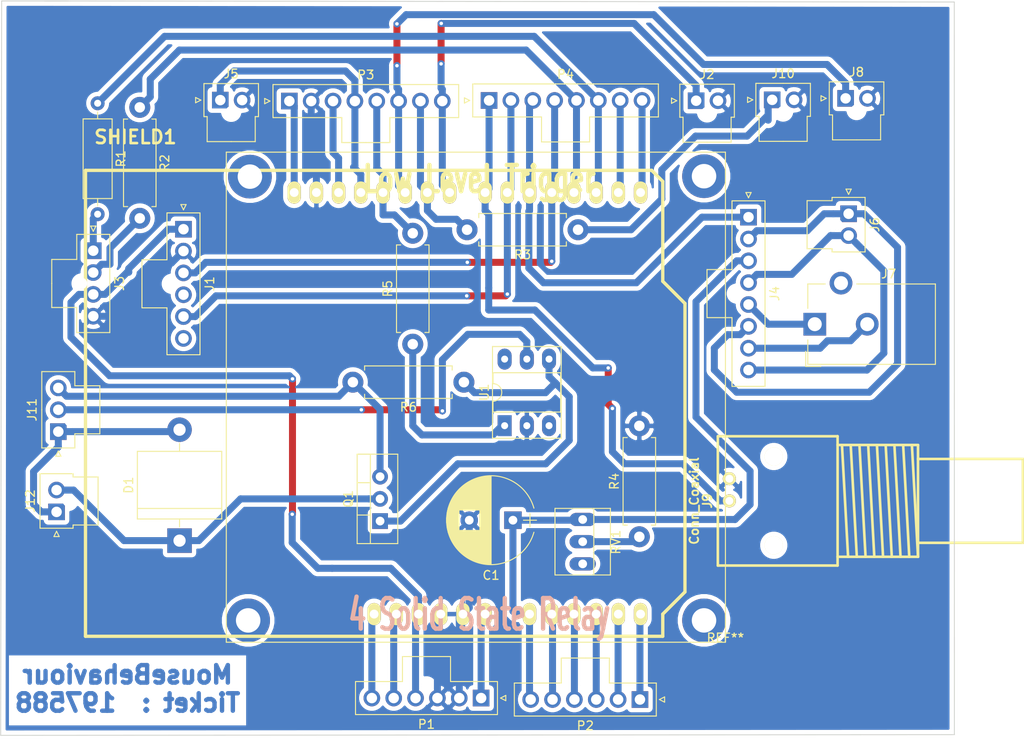
<source format=kicad_pcb>
(kicad_pcb (version 20171130) (host pcbnew "(5.1.2)-2")
  (layers (0 F.Cu signal) (31 B.Cu signal) (34 B.Paste user) (35 F.Paste user) (36 B.SilkS user) (37 F.SilkS user) (38 B.Mask user) (39 F.Mask user) (44 Edge.Cuts user))
  (net 0 "")
  (net 1 DGND)
  (net 2 A0)
  (net 3 EX_12V)
  (net 4 "Net-(D1-Pad1)")
  (net 5 D5)
  (net 6 D4)
  (net 7 5V)
  (net 8 D8)
  (net 9 "Net-(J3-Pad2)")
  (net 10 "Net-(J3-Pad1)")
  (net 11 PAD+)
  (net 12 PAD-)
  (net 13 OUT+)
  (net 14 OUT-)
  (net 15 D12)
  (net 16 D10)
  (net 17 D7)
  (net 18 "Net-(J10-Pad1)")
  (net 19 AGND)
  (net 20 EX_5V)
  (net 21 V_IN)
  (net 22 3V3)
  (net 23 RST)
  (net 24 A1)
  (net 25 A2)
  (net 26 A3)
  (net 27 A4)
  (net 28 A5)
  (net 29 D9)
  (net 30 D11)
  (net 31 D13)
  (net 32 AREF)
  (net 33 D0)
  (net 34 D1)
  (net 35 D2)
  (net 36 D3)
  (net 37 D6)
  (net 38 "Net-(Q1-Pad1)")
  (net 39 "Net-(R4-Pad1)")
  (net 40 "Net-(R5-Pad1)")
  (net 41 "Net-(RV1-Pad3)")
  (net 42 "Net-(U1-Pad6)")
  (net 43 "Net-(U1-Pad3)")
  (module Connectors_Molex:Molex_NanoFit_1x08x2.50mm_Straight (layer F.Cu) (at 154.45 73.7 270)
    (fp_text reference J4 (at 8.75 -3 90) (layer F.SilkS))
    (fp_text value Conn_01x08_Male)
    (pad 1 thru_hole rect (at 0 0 270) (size 1.9 1.9) (drill 1.2) (layers *.Cu *.Mask) (net 5 D5))
    (pad 2 thru_hole circle (at 2.5 0 270) (size 1.9 1.9) (drill 1.2) (layers *.Cu *.Mask) (net 11 PAD+))
    (pad 3 thru_hole circle (at 5 0 270) (size 1.9 1.9) (drill 1.2) (layers *.Cu *.Mask) (net 2 A0))
    (pad 4 thru_hole circle (at 7.5 0 270) (size 1.9 1.9) (drill 1.2) (layers *.Cu *.Mask) (net 12 PAD-))
    (pad 5 thru_hole circle (at 10 0 270) (size 1.9 1.9) (drill 1.2) (layers *.Cu *.Mask) (net 13 OUT+))
    (pad 6 thru_hole circle (at 12.5 0 270) (size 1.9 1.9) (drill 1.2) (layers *.Cu *.Mask) (net 11 PAD+))
    (pad 7 thru_hole circle (at 15 0 270) (size 1.9 1.9) (drill 1.2) (layers *.Cu *.Mask) (net 14 OUT-))
    (pad 8 thru_hole circle (at 17.5 0 270) (size 1.9 1.9) (drill 1.2) (layers *.Cu *.Mask) (net 12 PAD-))
    (pad "" np_thru_hole circle (at 8.75 1.34 270) (size 1.3 1.3) (drill 1.3) (layers *.Cu *.Mask))
  )
  (module Housings_DIP:DIP-6_W7.62mm_Socket_LongPads (layer F.Cu) (at 126.55 97.57 90)
    (fp_text reference U1 (at 3.81 -2.33 90) (layer F.SilkS))
    (fp_text value 4N35)
    (pad 6 thru_hole oval (at 7.62 0 90) (size 2.4 1.6) (drill 0.8) (layers *.Cu *.Mask) (net 42 "Net-(U1-Pad6)"))
    (pad 3 thru_hole oval (at 0 5.08 90) (size 2.4 1.6) (drill 0.8) (layers *.Cu *.Mask) (net 43 "Net-(U1-Pad3)"))
    (pad 5 thru_hole oval (at 7.62 2.54 90) (size 2.4 1.6) (drill 0.8) (layers *.Cu *.Mask) (net 20 EX_5V))
    (pad 2 thru_hole oval (at 0 2.54 90) (size 2.4 1.6) (drill 0.8) (layers *.Cu *.Mask) (net 1 DGND))
    (pad 4 thru_hole oval (at 7.62 5.08 90) (size 2.4 1.6) (drill 0.8) (layers *.Cu *.Mask) (net 38 "Net-(Q1-Pad1)"))
    (pad 1 thru_hole rect (at 0 0 90) (size 2.4 1.6) (drill 0.8) (layers *.Cu *.Mask) (net 40 "Net-(R5-Pad1)"))
  )
  (module Connectors_Molex:Molex_NanoFit_1x06x2.50mm_Straight (layer F.Cu) (at 89.81 75.08 270)
    (fp_text reference J1 (at 6.25 -3 90) (layer F.SilkS))
    (fp_text value Conn_01x06_Male)
    (pad "" np_thru_hole circle (at 6.25 1.34 270) (size 1.3 1.3) (drill 1.3) (layers *.Cu *.Mask))
    (pad 6 thru_hole circle (at 12.5 0 270) (size 1.9 1.9) (drill 1.2) (layers *.Cu *.Mask) (net 37 D6))
    (pad 5 thru_hole circle (at 10 0 270) (size 1.9 1.9) (drill 1.2) (layers *.Cu *.Mask) (net 37 D6))
    (pad 4 thru_hole circle (at 7.5 0 270) (size 1.9 1.9) (drill 1.2) (layers *.Cu *.Mask) (net 6 D4))
    (pad 3 thru_hole circle (at 5 0 270) (size 1.9 1.9) (drill 1.2) (layers *.Cu *.Mask) (net 6 D4))
    (pad 2 thru_hole circle (at 2.5 0 270) (size 1.9 1.9) (drill 1.2) (layers *.Cu *.Mask) (net 1 DGND))
    (pad 1 thru_hole rect (at 0 0 270) (size 1.9 1.9) (drill 1.2) (layers *.Cu *.Mask) (net 7 5V))
  )
  (module arduino_shields:ARDUINO_SHIELD_040pins (layer F.Cu) (at 78.6 121.68)
    (fp_text reference SHIELD1 (at 5.715 -57.15) (layer F.SilkS) (effects (font (size 1.524 1.524) (thickness 0.3048))))
    (fp_text value ARDUINO_SHIELD hide)
    (pad AD5 thru_hole oval (at 63.5 -2.54 90) (size 2.54 1.524) (drill 1.016) (layers *.Cu *.Mask F.SilkS) (net 28 A5))
    (pad AD4 thru_hole oval (at 60.96 -2.54 90) (size 2.54 1.524) (drill 1.016) (layers *.Cu *.Mask F.SilkS) (net 27 A4))
    (pad AD3 thru_hole oval (at 58.42 -2.54 90) (size 2.54 1.524) (drill 1.016) (layers *.Cu *.Mask F.SilkS) (net 26 A3))
    (pad AD0 thru_hole oval (at 50.8 -2.54 90) (size 2.54 1.524) (drill 1.016) (layers *.Cu *.Mask F.SilkS) (net 2 A0))
    (pad AD1 thru_hole oval (at 53.34 -2.54 90) (size 2.54 1.524) (drill 1.016) (layers *.Cu *.Mask F.SilkS) (net 24 A1))
    (pad AD2 thru_hole oval (at 55.88 -2.54 90) (size 2.54 1.524) (drill 1.016) (layers *.Cu *.Mask F.SilkS) (net 25 A2))
    (pad V_IN thru_hole oval (at 45.72 -2.54 90) (size 2.54 1.524) (drill 1.016) (layers *.Cu *.Mask F.SilkS) (net 21 V_IN))
    (pad GND2 thru_hole oval (at 43.18 -2.54 90) (size 2.54 1.524) (drill 1.016) (layers *.Cu *.Mask F.SilkS) (net 1 DGND))
    (pad GND1 thru_hole oval (at 40.64 -2.54 90) (size 2.54 1.524) (drill 1.016) (layers *.Cu *.Mask F.SilkS) (net 1 DGND))
    (pad 3V3 thru_hole oval (at 35.56 -2.54 90) (size 2.54 1.524) (drill 1.016) (layers *.Cu *.Mask F.SilkS) (net 22 3V3))
    (pad RST thru_hole oval (at 33.02 -2.54 90) (size 2.54 1.524) (drill 1.016) (layers *.Cu *.Mask F.SilkS) (net 23 RST))
    (pad 0 thru_hole oval (at 63.5 -50.8 90) (size 2.54 1.524) (drill 1.016) (layers *.Cu *.Mask F.SilkS) (net 33 D0))
    (pad 1 thru_hole oval (at 60.96 -50.8 90) (size 2.54 1.524) (drill 1.016) (layers *.Cu *.Mask F.SilkS) (net 34 D1))
    (pad 2 thru_hole oval (at 58.42 -50.8 90) (size 2.54 1.524) (drill 1.016) (layers *.Cu *.Mask F.SilkS) (net 35 D2))
    (pad 3 thru_hole oval (at 55.88 -50.8 90) (size 2.54 1.524) (drill 1.016) (layers *.Cu *.Mask F.SilkS) (net 36 D3))
    (pad 4 thru_hole oval (at 53.34 -50.8 90) (size 2.54 1.524) (drill 1.016) (layers *.Cu *.Mask F.SilkS) (net 6 D4))
    (pad 5 thru_hole oval (at 50.8 -50.8 90) (size 2.54 1.524) (drill 1.016) (layers *.Cu *.Mask F.SilkS) (net 5 D5))
    (pad 6 thru_hole oval (at 48.26 -50.8 90) (size 2.54 1.524) (drill 1.016) (layers *.Cu *.Mask F.SilkS) (net 37 D6))
    (pad 7 thru_hole oval (at 45.72 -50.8 90) (size 2.54 1.524) (drill 1.016) (layers *.Cu *.Mask F.SilkS) (net 17 D7))
    (pad 8 thru_hole oval (at 41.656 -50.8 90) (size 2.54 1.524) (drill 1.016) (layers *.Cu *.Mask F.SilkS) (net 8 D8))
    (pad 9 thru_hole oval (at 39.116 -50.8 90) (size 2.54 1.524) (drill 1.016) (layers *.Cu *.Mask F.SilkS) (net 29 D9))
    (pad 10 thru_hole oval (at 36.576 -50.8 90) (size 2.54 1.524) (drill 1.016) (layers *.Cu *.Mask F.SilkS) (net 16 D10))
    (pad 11 thru_hole oval (at 34.036 -50.8 90) (size 2.54 1.524) (drill 1.016) (layers *.Cu *.Mask F.SilkS) (net 30 D11))
    (pad 12 thru_hole oval (at 31.496 -50.8 90) (size 2.54 1.524) (drill 1.016) (layers *.Cu *.Mask F.SilkS) (net 15 D12))
    (pad 13 thru_hole oval (at 28.956 -50.8 90) (size 2.54 1.524) (drill 1.016) (layers *.Cu *.Mask F.SilkS) (net 31 D13))
    (pad GND3 thru_hole oval (at 26.416 -50.8 90) (size 2.54 1.524) (drill 1.016) (layers *.Cu *.Mask F.SilkS) (net 1 DGND))
    (pad AREF thru_hole oval (at 23.876 -50.8 90) (size 2.54 1.524) (drill 1.016) (layers *.Cu *.Mask F.SilkS) (net 32 AREF))
    (pad 5V thru_hole oval (at 38.1 -2.54 90) (size 2.54 1.524) (drill 1.016) (layers *.Cu *.Mask F.SilkS) (net 7 5V))
  )
  (module 4ChannelSSR (layer F.Cu) (at 123.66 95.96 180)
    (fp_text reference REF** (at -28.15 -25.9) (layer F.SilkS))
    (fp_text value 4ChannelSSR)
    (fp_text user "4 Solid State Relay" (at 0 -23.25 180) (layer B.SilkS) (effects (font (size 3.5 2) (thickness 0.5))))
    (fp_text user "Low Level Trigger" (at 0 26.6) (layer F.SilkS) (effects (font (size 3 2) (thickness 0.5))))
    (pad 1 thru_hole circle (at -25.7 -23.9 180) (size 5 5) (drill 2.8) (layers *.Cu *.Mask))
    (pad 1 thru_hole circle (at -25.7 26.95 180) (size 5 5) (drill 2.8) (layers *.Cu *.Mask))
    (pad 1 thru_hole circle (at 26.25 26.9 180) (size 5 5) (drill 2.8) (layers *.Cu *.Mask))
    (pad 1 thru_hole circle (at 26.45 -23.9 180) (size 5 5) (drill 2.8) (layers *.Cu *.Mask))
  )
  (module Capacitors_ThroughHole:CP_Radial_D10.0mm_P5.00mm (layer F.Cu) (at 127.5 108.39 180)
    (fp_text reference C1 (at 2.5 -6.31) (layer F.SilkS))
    (fp_text value 47nF)
    (pad 2 thru_hole circle (at 5 0 180) (size 2 2) (drill 1) (layers *.Cu *.Mask) (net 1 DGND))
    (pad 1 thru_hole rect (at 0 0 180) (size 2 2) (drill 1) (layers *.Cu *.Mask) (net 2 A0))
  )
  (module Diodes_ThroughHole:D_5KP_P12.70mm_Horizontal (layer F.Cu) (at 89.36 110.73 90)
    (fp_text reference D1 (at 6.35 -5.825 90) (layer F.SilkS))
    (fp_text value DIODE)
    (pad 2 thru_hole oval (at 12.7 0 90) (size 2.8 2.8) (drill 1.4) (layers *.Cu *.Mask) (net 3 EX_12V))
    (pad 1 thru_hole rect (at 0 0 90) (size 2.8 2.8) (drill 1.4) (layers *.Cu *.Mask) (net 4 "Net-(D1-Pad1)"))
  )
  (module Connectors_Molex:Molex_NanoFit_1x02x2.50mm_Straight (layer F.Cu) (at 148.46 60.37)
    (fp_text reference J2 (at 1.25 -3) (layer F.SilkS))
    (fp_text value Conn_01x02_Male)
    (pad 1 thru_hole rect (at 0 0) (size 1.9 1.9) (drill 1.2) (layers *.Cu *.Mask) (net 8 D8))
    (pad 2 thru_hole circle (at 2.5 0) (size 1.9 1.9) (drill 1.2) (layers *.Cu *.Mask) (net 1 DGND))
    (pad "" np_thru_hole circle (at 1.25 1.34) (size 1.3 1.3) (drill 1.3) (layers *.Cu *.Mask))
  )
  (module Connectors_Molex:Molex_NanoFit_1x04x2.50mm_Straight (layer F.Cu) (at 79.49 77.54 270)
    (fp_text reference J3 (at 3.75 -3 90) (layer F.SilkS))
    (fp_text value Conn_01x04_Male)
    (pad "" np_thru_hole circle (at 3.75 1.34 270) (size 1.3 1.3) (drill 1.3) (layers *.Cu *.Mask))
    (pad 4 thru_hole circle (at 7.5 0 270) (size 1.9 1.9) (drill 1.2) (layers *.Cu *.Mask) (net 1 DGND))
    (pad 3 thru_hole circle (at 5 0 270) (size 1.9 1.9) (drill 1.2) (layers *.Cu *.Mask) (net 7 5V))
    (pad 2 thru_hole circle (at 2.5 0 270) (size 1.9 1.9) (drill 1.2) (layers *.Cu *.Mask) (net 9 "Net-(J3-Pad2)"))
    (pad 1 thru_hole rect (at 0 0 270) (size 1.9 1.9) (drill 1.2) (layers *.Cu *.Mask) (net 10 "Net-(J3-Pad1)"))
  )
  (module Connectors_Molex:Molex_NanoFit_1x02x2.50mm_Straight (layer F.Cu) (at 94.02 60.3)
    (fp_text reference J5 (at 1.25 -3) (layer F.SilkS))
    (fp_text value Conn_01x02_Male)
    (pad "" np_thru_hole circle (at 1.25 1.34) (size 1.3 1.3) (drill 1.3) (layers *.Cu *.Mask))
    (pad 2 thru_hole circle (at 2.5 0) (size 1.9 1.9) (drill 1.2) (layers *.Cu *.Mask) (net 1 DGND))
    (pad 1 thru_hole rect (at 0 0) (size 1.9 1.9) (drill 1.2) (layers *.Cu *.Mask) (net 15 D12))
  )
  (module Connectors_Molex:Molex_NanoFit_1x02x2.50mm_Straight (layer F.Cu) (at 165.9 73.31 270)
    (fp_text reference J6 (at 1.25 -3 90) (layer F.SilkS))
    (fp_text value Conn_01x02_Male)
    (pad "" np_thru_hole circle (at 1.25 1.34 270) (size 1.3 1.3) (drill 1.3) (layers *.Cu *.Mask))
    (pad 2 thru_hole circle (at 2.5 0 270) (size 1.9 1.9) (drill 1.2) (layers *.Cu *.Mask) (net 12 PAD-))
    (pad 1 thru_hole rect (at 0 0 270) (size 1.9 1.9) (drill 1.2) (layers *.Cu *.Mask) (net 11 PAD+))
  )
  (module Connect:Barrel_Jack_CUI_PJ-102AH (layer F.Cu) (at 162.03 85.95 90)
    (fp_text reference J7 (at 5.75 8.45) (layer F.SilkS))
    (fp_text value Jack-DC)
    (pad 3 thru_hole circle (at 4.7 3 90) (size 2.6 2.6) (drill 1.6) (layers *.Cu *.Mask))
    (pad 2 thru_hole circle (at 0 6 90) (size 2.6 2.6) (drill 1.6) (layers *.Cu *.Mask) (net 14 OUT-))
    (pad 1 thru_hole rect (at 0 0 90) (size 2.6 2.6) (drill 1.6) (layers *.Cu *.Mask) (net 13 OUT+))
  )
  (module Connectors_Molex:Molex_NanoFit_1x02x2.50mm_Straight (layer F.Cu) (at 165.56 60.1)
    (fp_text reference J8 (at 1.25 -3) (layer F.SilkS))
    (fp_text value Conn_01x02_Male)
    (pad 1 thru_hole rect (at 0 0) (size 1.9 1.9) (drill 1.2) (layers *.Cu *.Mask) (net 16 D10))
    (pad 2 thru_hole circle (at 2.5 0) (size 1.9 1.9) (drill 1.2) (layers *.Cu *.Mask) (net 1 DGND))
    (pad "" np_thru_hole circle (at 1.25 1.34) (size 1.3 1.3) (drill 1.3) (layers *.Cu *.Mask))
  )
  (module w_conn_rf:bnc_90_1-1337543-0 (layer F.Cu) (at 164.64 106.18 90)
    (fp_text reference J9 (at 0 -14.9 90) (layer F.SilkS) (effects (font (thickness 0.2))))
    (fp_text value Conn_Coaxial (at 0 -16.4 90) (layer F.SilkS) (effects (font (thickness 0.2))))
    (pad 1 thru_hole circle (at 0 -12.38 90) (size 1.5 1.5) (drill 0.9) (layers *.Cu *.Mask F.SilkS) (net 17 D7))
    (pad 2 thru_hole circle (at 2.54 -12.38 90) (size 1.5 1.5) (drill 0.9) (layers *.Cu *.Mask F.SilkS) (net 1 DGND))
    (pad "" np_thru_hole circle (at 5.08 -7.3 90) (size 2.1 2.1) (drill 2.1) (layers *.Cu *.Mask F.SilkS))
    (pad "" np_thru_hole circle (at -5.08 -7.3 90) (size 2.1 2.1) (drill 2.1) (layers *.Cu *.Mask F.SilkS))
  )
  (module Connectors_Molex:Molex_NanoFit_1x02x2.50mm_Straight (layer F.Cu) (at 157.16 60.27)
    (fp_text reference J10 (at 1.25 -3) (layer F.SilkS))
    (fp_text value Conn_01x02_Male)
    (pad 1 thru_hole rect (at 0 0) (size 1.9 1.9) (drill 1.2) (layers *.Cu *.Mask) (net 18 "Net-(J10-Pad1)"))
    (pad 2 thru_hole circle (at 2.5 0) (size 1.9 1.9) (drill 1.2) (layers *.Cu *.Mask) (net 1 DGND))
    (pad "" np_thru_hole circle (at 1.25 1.34) (size 1.3 1.3) (drill 1.3) (layers *.Cu *.Mask))
  )
  (module Connectors_Molex:Molex_NanoFit_1x03x2.50mm_Straight (layer F.Cu) (at 75.49 98.25 90)
    (fp_text reference J11 (at 2.5 -3 90) (layer F.SilkS))
    (fp_text value Conn_01x03_Male)
    (pad "" np_thru_hole circle (at 1.25 1.34 90) (size 1.3 1.3) (drill 1.3) (layers *.Cu *.Mask))
    (pad 3 thru_hole circle (at 5 0 90) (size 1.9 1.9) (drill 1.2) (layers *.Cu *.Mask) (net 19 AGND))
    (pad 2 thru_hole circle (at 2.5 0 90) (size 1.9 1.9) (drill 1.2) (layers *.Cu *.Mask) (net 20 EX_5V))
    (pad 1 thru_hole rect (at 0 0 90) (size 1.9 1.9) (drill 1.2) (layers *.Cu *.Mask) (net 3 EX_12V))
  )
  (module Connectors_Molex:Molex_NanoFit_1x02x2.50mm_Straight (layer F.Cu) (at 75.29 107.44 90)
    (fp_text reference J12 (at 1.25 -3 90) (layer F.SilkS))
    (fp_text value Conn_01x02_Male)
    (pad "" np_thru_hole circle (at 1.25 1.34 90) (size 1.3 1.3) (drill 1.3) (layers *.Cu *.Mask))
    (pad 2 thru_hole circle (at 2.5 0 90) (size 1.9 1.9) (drill 1.2) (layers *.Cu *.Mask) (net 4 "Net-(D1-Pad1)"))
    (pad 1 thru_hole rect (at 0 0 90) (size 1.9 1.9) (drill 1.2) (layers *.Cu *.Mask) (net 3 EX_12V))
  )
  (module Connectors_Molex:Molex_NanoFit_1x06x2.50mm_Straight (layer F.Cu) (at 123.86 128.75 180)
    (fp_text reference P1 (at 6.25 -3) (layer F.SilkS))
    (fp_text value CONN_6)
    (pad 1 thru_hole rect (at 0 0 180) (size 1.9 1.9) (drill 1.2) (layers *.Cu *.Mask) (net 21 V_IN))
    (pad 2 thru_hole circle (at 2.5 0 180) (size 1.9 1.9) (drill 1.2) (layers *.Cu *.Mask) (net 1 DGND))
    (pad 3 thru_hole circle (at 5 0 180) (size 1.9 1.9) (drill 1.2) (layers *.Cu *.Mask) (net 1 DGND))
    (pad 4 thru_hole circle (at 7.5 0 180) (size 1.9 1.9) (drill 1.2) (layers *.Cu *.Mask) (net 7 5V))
    (pad 5 thru_hole circle (at 10 0 180) (size 1.9 1.9) (drill 1.2) (layers *.Cu *.Mask) (net 22 3V3))
    (pad 6 thru_hole circle (at 12.5 0 180) (size 1.9 1.9) (drill 1.2) (layers *.Cu *.Mask) (net 23 RST))
    (pad "" np_thru_hole circle (at 6.25 1.34 180) (size 1.3 1.3) (drill 1.3) (layers *.Cu *.Mask))
  )
  (module Connectors_Molex:Molex_NanoFit_1x06x2.50mm_Straight (layer F.Cu) (at 142.03 128.92 180)
    (fp_text reference P2 (at 6.25 -3) (layer F.SilkS))
    (fp_text value CONN_6)
    (pad "" np_thru_hole circle (at 6.25 1.34 180) (size 1.3 1.3) (drill 1.3) (layers *.Cu *.Mask))
    (pad 6 thru_hole circle (at 12.5 0 180) (size 1.9 1.9) (drill 1.2) (layers *.Cu *.Mask) (net 2 A0))
    (pad 5 thru_hole circle (at 10 0 180) (size 1.9 1.9) (drill 1.2) (layers *.Cu *.Mask) (net 24 A1))
    (pad 4 thru_hole circle (at 7.5 0 180) (size 1.9 1.9) (drill 1.2) (layers *.Cu *.Mask) (net 25 A2))
    (pad 3 thru_hole circle (at 5 0 180) (size 1.9 1.9) (drill 1.2) (layers *.Cu *.Mask) (net 26 A3))
    (pad 2 thru_hole circle (at 2.5 0 180) (size 1.9 1.9) (drill 1.2) (layers *.Cu *.Mask) (net 27 A4))
    (pad 1 thru_hole rect (at 0 0 180) (size 1.9 1.9) (drill 1.2) (layers *.Cu *.Mask) (net 28 A5))
  )
  (module Connectors_Molex:Molex_NanoFit_1x08x2.50mm_Straight (layer F.Cu) (at 101.92 60.41)
    (fp_text reference P3 (at 8.75 -3) (layer F.SilkS))
    (fp_text value CONN_8)
    (pad "" np_thru_hole circle (at 8.75 1.34) (size 1.3 1.3) (drill 1.3) (layers *.Cu *.Mask))
    (pad 8 thru_hole circle (at 17.5 0) (size 1.9 1.9) (drill 1.2) (layers *.Cu *.Mask) (net 8 D8))
    (pad 7 thru_hole circle (at 15 0) (size 1.9 1.9) (drill 1.2) (layers *.Cu *.Mask) (net 29 D9))
    (pad 6 thru_hole circle (at 12.5 0) (size 1.9 1.9) (drill 1.2) (layers *.Cu *.Mask) (net 16 D10))
    (pad 5 thru_hole circle (at 10 0) (size 1.9 1.9) (drill 1.2) (layers *.Cu *.Mask) (net 30 D11))
    (pad 4 thru_hole circle (at 7.5 0) (size 1.9 1.9) (drill 1.2) (layers *.Cu *.Mask) (net 15 D12))
    (pad 3 thru_hole circle (at 5 0) (size 1.9 1.9) (drill 1.2) (layers *.Cu *.Mask) (net 31 D13))
    (pad 2 thru_hole circle (at 2.5 0) (size 1.9 1.9) (drill 1.2) (layers *.Cu *.Mask) (net 1 DGND))
    (pad 1 thru_hole rect (at 0 0) (size 1.9 1.9) (drill 1.2) (layers *.Cu *.Mask) (net 32 AREF))
  )
  (module Connectors_Molex:Molex_NanoFit_1x08x2.50mm_Straight (layer F.Cu) (at 124.77 60.34)
    (fp_text reference P4 (at 8.75 -3) (layer F.SilkS))
    (fp_text value CONN_8)
    (pad "" np_thru_hole circle (at 8.75 1.34) (size 1.3 1.3) (drill 1.3) (layers *.Cu *.Mask))
    (pad 8 thru_hole circle (at 17.5 0) (size 1.9 1.9) (drill 1.2) (layers *.Cu *.Mask) (net 33 D0))
    (pad 7 thru_hole circle (at 15 0) (size 1.9 1.9) (drill 1.2) (layers *.Cu *.Mask) (net 34 D1))
    (pad 6 thru_hole circle (at 12.5 0) (size 1.9 1.9) (drill 1.2) (layers *.Cu *.Mask) (net 35 D2))
    (pad 5 thru_hole circle (at 10 0) (size 1.9 1.9) (drill 1.2) (layers *.Cu *.Mask) (net 36 D3))
    (pad 4 thru_hole circle (at 7.5 0) (size 1.9 1.9) (drill 1.2) (layers *.Cu *.Mask) (net 6 D4))
    (pad 3 thru_hole circle (at 5 0) (size 1.9 1.9) (drill 1.2) (layers *.Cu *.Mask) (net 5 D5))
    (pad 2 thru_hole circle (at 2.5 0) (size 1.9 1.9) (drill 1.2) (layers *.Cu *.Mask) (net 37 D6))
    (pad 1 thru_hole rect (at 0 0) (size 1.9 1.9) (drill 1.2) (layers *.Cu *.Mask) (net 17 D7))
  )
  (module TO_SOT_Packages_THT:TO-220-3_Vertical (layer F.Cu) (at 112.3 108.49 90)
    (fp_text reference Q1 (at 2.54 -3.62 90) (layer F.SilkS))
    (fp_text value IRF540N)
    (pad 3 thru_hole oval (at 5.08 0 90) (size 1.8 1.8) (drill 1) (layers *.Cu *.Mask) (net 19 AGND))
    (pad 2 thru_hole oval (at 2.54 0 90) (size 1.8 1.8) (drill 1) (layers *.Cu *.Mask) (net 4 "Net-(D1-Pad1)"))
    (pad 1 thru_hole rect (at 0 0 90) (size 1.8 1.8) (drill 1) (layers *.Cu *.Mask) (net 38 "Net-(Q1-Pad1)"))
  )
  (module Resistors_ThroughHole:R_Axial_DIN0309_L9.0mm_D3.2mm_P12.70mm_Horizontal (layer F.Cu) (at 79.99 60.66 270)
    (fp_text reference R1 (at 6.35 -2.66 90) (layer F.SilkS))
    (fp_text value 560E)
    (pad 2 thru_hole oval (at 12.7 0 270) (size 1.6 1.6) (drill 0.8) (layers *.Cu *.Mask) (net 10 "Net-(J3-Pad1)"))
    (pad 1 thru_hole circle (at 0 0 270) (size 1.6 1.6) (drill 0.8) (layers *.Cu *.Mask) (net 35 D2))
  )
  (module Resistors_ThroughHole:R_Axial_DIN0411_L9.9mm_D3.6mm_P12.70mm_Horizontal (layer F.Cu) (at 84.81 61.13 270)
    (fp_text reference R2 (at 6.35 -2.86 90) (layer F.SilkS))
    (fp_text value 560E)
    (pad 2 thru_hole oval (at 12.7 0 270) (size 2.4 2.4) (drill 1.2) (layers *.Cu *.Mask) (net 9 "Net-(J3-Pad2)"))
    (pad 1 thru_hole circle (at 0 0 270) (size 2.4 2.4) (drill 1.2) (layers *.Cu *.Mask) (net 36 D3))
  )
  (module Resistors_ThroughHole:R_Axial_DIN0411_L9.9mm_D3.6mm_P12.70mm_Horizontal (layer F.Cu) (at 134.95 75.14 180)
    (fp_text reference R3 (at 6.35 -2.86) (layer F.SilkS))
    (fp_text value 470E)
    (pad 2 thru_hole oval (at 12.7 0 180) (size 2.4 2.4) (drill 1.2) (layers *.Cu *.Mask) (net 29 D9))
    (pad 1 thru_hole circle (at 0 0 180) (size 2.4 2.4) (drill 1.2) (layers *.Cu *.Mask) (net 18 "Net-(J10-Pad1)"))
  )
  (module Resistors_ThroughHole:R_Axial_DIN0411_L9.9mm_D3.6mm_P12.70mm_Horizontal (layer F.Cu) (at 141.96 110.29 90)
    (fp_text reference R4 (at 6.35 -2.86 90) (layer F.SilkS))
    (fp_text value 1K)
    (pad 1 thru_hole circle (at 0 0 90) (size 2.4 2.4) (drill 1.2) (layers *.Cu *.Mask) (net 39 "Net-(R4-Pad1)"))
    (pad 2 thru_hole oval (at 12.7 0 90) (size 2.4 2.4) (drill 1.2) (layers *.Cu *.Mask) (net 1 DGND))
  )
  (module Resistors_ThroughHole:R_Axial_DIN0411_L9.9mm_D3.6mm_P12.70mm_Horizontal (layer F.Cu) (at 116.04 88.24 90)
    (fp_text reference R5 (at 6.35 -2.86 90) (layer F.SilkS))
    (fp_text value 470E)
    (pad 1 thru_hole circle (at 0 0 90) (size 2.4 2.4) (drill 1.2) (layers *.Cu *.Mask) (net 40 "Net-(R5-Pad1)"))
    (pad 2 thru_hole oval (at 12.7 0 90) (size 2.4 2.4) (drill 1.2) (layers *.Cu *.Mask) (net 30 D11))
  )
  (module Resistors_ThroughHole:R_Axial_DIN0411_L9.9mm_D3.6mm_P12.70mm_Horizontal (layer F.Cu) (at 121.89 92.59 180)
    (fp_text reference R6 (at 6.35 -2.86) (layer F.SilkS))
    (fp_text value 10K)
    (pad 2 thru_hole oval (at 12.7 0 180) (size 2.4 2.4) (drill 1.2) (layers *.Cu *.Mask) (net 19 AGND))
    (pad 1 thru_hole circle (at 0 0 180) (size 2.4 2.4) (drill 1.2) (layers *.Cu *.Mask) (net 38 "Net-(Q1-Pad1)"))
  )
  (module Connect:PINHEAD1-3 (layer F.Cu) (at 135.48 108.31 270)
    (fp_text reference RV1 (at 2.59 -3.8 90) (layer F.SilkS))
    (fp_text value "1 MegOhm")
    (pad 3 thru_hole oval (at 5.08 0 270) (size 1.51 3.01) (drill 1) (layers *.Cu *.Mask) (net 41 "Net-(RV1-Pad3)"))
    (pad 2 thru_hole oval (at 2.54 0 270) (size 1.51 3.01) (drill 1) (layers *.Cu *.Mask) (net 39 "Net-(R4-Pad1)"))
    (pad 1 thru_hole oval (at 0 0 270) (size 1.51 3.01) (drill 1) (layers *.Cu *.Mask) (net 2 A0))
  )
  (gr_text "MouseBehaviour\nTicket :  197588" (at 83.41 127.69) (layer B.Cu) (effects (font (size 2 2) (thickness 0.5)) (justify mirror)))
  (gr_line (start 76.61 48.95) (end 73.94 48.95) (layer Edge.Cuts) (width 0.1))
  (gr_line (start 69.01 48.95) (end 76.61 48.95) (layer Edge.Cuts) (width 0.1))
  (gr_line (start 68.9 133.02) (end 69.01 48.95) (layer Edge.Cuts) (width 0.1))
  (gr_line (start 178 132.94) (end 68.9 133.02) (layer Edge.Cuts) (width 0.1))
  (gr_line (start 177.99 49.07) (end 178 132.94) (layer Edge.Cuts) (width 0.1))
  (gr_line (start 73.94 48.95) (end 177.99 49.07) (layer Edge.Cuts) (width 0.1))
  (segment (start 104.42 60.41) (end 104.42 68.3) (width 0.8) (layer B.Cu) (net 1))
  (segment (start 105.016 68.81) (end 105.016 70.88) (width 0.8) (layer B.Cu) (net 1))
  (segment (start 104.506 68.3) (end 105.016 68.81) (width 0.8) (layer B.Cu) (net 1))
  (segment (start 104.42 68.3) (end 104.506 68.3) (width 0.8) (layer B.Cu) (net 1))
  (segment (start 118.86 119.52) (end 119.24 119.14) (width 0.8) (layer B.Cu) (net 1))
  (segment (start 118.86 128.75) (end 118.86 119.52) (width 0.8) (layer B.Cu) (net 1))
  (segment (start 121.36 119.56) (end 121.78 119.14) (width 0.8) (layer B.Cu) (net 1))
  (segment (start 121.36 128.75) (end 121.36 119.56) (width 0.8) (layer B.Cu) (net 1))
  (segment (start 122.5 118.42) (end 121.78 119.14) (width 0.8) (layer B.Cu) (net 1))
  (segment (start 122.5 108.39) (end 122.5 118.42) (width 0.8) (layer B.Cu) (net 1))
  (segment (start 79.49 85.04) (end 81.6 85.04) (width 0.8) (layer B.Cu) (net 1))
  (segment (start 81.6 85.04) (end 87.69 78.95) (width 0.8) (layer B.Cu) (net 1))
  (segment (start 88.44 78.95) (end 89.81 77.58) (width 0.8) (layer B.Cu) (net 1))
  (segment (start 87.69 78.95) (end 88.44 78.95) (width 0.8) (layer B.Cu) (net 1))
  (segment (start 129.4 128.79) (end 129.53 128.92) (width 0.8) (layer B.Cu) (net 2))
  (segment (start 129.4 119.14) (end 129.4 128.79) (width 0.8) (layer B.Cu) (net 2))
  (segment (start 153.106498 78.7) (end 148.44 83.366498) (width 0.8) (layer B.Cu) (net 2))
  (segment (start 154.45 78.7) (end 153.106498 78.7) (width 0.8) (layer B.Cu) (net 2))
  (segment (start 148.44 83.366498) (end 148.44 96.58) (width 0.8) (layer B.Cu) (net 2))
  (segment (start 148.44 96.58) (end 154.63 102.77) (width 0.8) (layer B.Cu) (net 2))
  (segment (start 154.63 102.77) (end 154.63 106.59) (width 0.8) (layer B.Cu) (net 2))
  (segment (start 152.91 108.31) (end 135.48 108.31) (width 0.8) (layer B.Cu) (net 2))
  (segment (start 154.63 106.59) (end 152.91 108.31) (width 0.8) (layer B.Cu) (net 2))
  (segment (start 135.4 108.39) (end 135.48 108.31) (width 0.8) (layer B.Cu) (net 2))
  (segment (start 127.5 108.39) (end 135.4 108.39) (width 0.8) (layer B.Cu) (net 2))
  (segment (start 127.838 119.14) (end 129.4 119.14) (width 0.8) (layer B.Cu) (net 2))
  (segment (start 127.5 118.802) (end 127.838 119.14) (width 0.8) (layer B.Cu) (net 2))
  (segment (start 127.5 108.39) (end 127.5 118.802) (width 0.8) (layer B.Cu) (net 2))
  (segment (start 89.14 98.25) (end 89.36 98.03) (width 0.8) (layer B.Cu) (net 3))
  (segment (start 75.49 98.25) (end 89.14 98.25) (width 0.8) (layer B.Cu) (net 3))
  (segment (start 73.54 107.44) (end 72.66 106.56) (width 0.8) (layer B.Cu) (net 3))
  (segment (start 75.29 107.44) (end 73.54 107.44) (width 0.8) (layer B.Cu) (net 3))
  (segment (start 75.49 100) (end 75.49 98.25) (width 0.8) (layer B.Cu) (net 3))
  (segment (start 72.66 102.83) (end 75.49 100) (width 0.8) (layer B.Cu) (net 3))
  (segment (start 72.66 106.56) (end 72.66 102.83) (width 0.8) (layer B.Cu) (net 3))
  (segment (start 77.230002 104.94) (end 75.29 104.94) (width 0.8) (layer B.Cu) (net 4))
  (segment (start 89.36 110.73) (end 83.020002 110.73) (width 0.8) (layer B.Cu) (net 4))
  (segment (start 83.020002 110.73) (end 77.230002 104.94) (width 0.8) (layer B.Cu) (net 4))
  (segment (start 111.027208 105.95) (end 112.3 105.95) (width 0.8) (layer B.Cu) (net 4))
  (segment (start 96.34 105.95) (end 111.027208 105.95) (width 0.8) (layer B.Cu) (net 4))
  (segment (start 91.56 110.73) (end 96.34 105.95) (width 0.8) (layer B.Cu) (net 4))
  (segment (start 89.36 110.73) (end 91.56 110.73) (width 0.8) (layer B.Cu) (net 4))
  (segment (start 129.4 60.71) (end 129.77 60.34) (width 0.8) (layer B.Cu) (net 5))
  (segment (start 129.4 70.88) (end 129.4 60.71) (width 0.8) (layer B.Cu) (net 5))
  (segment (start 129.4 72.95) (end 129.32 73.03) (width 0.8) (layer B.Cu) (net 5))
  (segment (start 129.4 70.88) (end 129.4 72.95) (width 0.8) (layer B.Cu) (net 5))
  (segment (start 129.32 73.03) (end 129.32 79.53) (width 0.8) (layer B.Cu) (net 5))
  (segment (start 129.32 79.53) (end 131 81.21) (width 0.8) (layer B.Cu) (net 5))
  (segment (start 131 81.21) (end 141.62 81.21) (width 0.8) (layer B.Cu) (net 5))
  (segment (start 149.13 73.7) (end 154.45 73.7) (width 0.8) (layer B.Cu) (net 5))
  (segment (start 141.62 81.21) (end 149.13 73.7) (width 0.8) (layer B.Cu) (net 5))
  (segment (start 132.27 70.55) (end 131.94 70.88) (width 0.8) (layer B.Cu) (net 6))
  (segment (start 132.27 60.34) (end 132.27 70.55) (width 0.8) (layer B.Cu) (net 6))
  (segment (start 91.153502 80.08) (end 92.363502 78.87) (width 0.8) (layer B.Cu) (net 6))
  (segment (start 89.81 80.08) (end 91.153502 80.08) (width 0.8) (layer B.Cu) (net 6))
  (segment (start 92.363502 78.87) (end 122.28 78.87) (width 0.8) (layer B.Cu) (net 6))
  (segment (start 131.94 70.88) (end 131.94 78.75) (width 0.8) (layer B.Cu) (net 6))
  (segment (start 122.28 78.87) (end 122.3 78.87) (width 0.8) (layer B.Cu) (net 6))
  (via (at 122.28 78.87) (size 0.8) (drill 0.4) (layers F.Cu B.Cu) (net 6))
  (segment (start 131.94 78.75) (end 131.94 78.75) (width 0.8) (layer B.Cu) (net 6))
  (via (at 131.94 78.75) (size 0.8) (drill 0.4) (layers F.Cu B.Cu) (net 6))
  (segment (start 131.82 78.87) (end 131.94 78.75) (width 0.8) (layer F.Cu) (net 6))
  (segment (start 122.28 78.87) (end 131.82 78.87) (width 0.8) (layer F.Cu) (net 6))
  (segment (start 116.36 119.48) (end 116.7 119.14) (width 0.8) (layer B.Cu) (net 7))
  (segment (start 116.36 128.75) (end 116.36 119.48) (width 0.8) (layer B.Cu) (net 7))
  (segment (start 80.833502 82.54) (end 83.37 80.003502) (width 0.8) (layer B.Cu) (net 7))
  (segment (start 79.49 82.54) (end 80.833502 82.54) (width 0.8) (layer B.Cu) (net 7))
  (segment (start 83.37 80.003502) (end 83.546498 80.003502) (width 0.8) (layer B.Cu) (net 7))
  (segment (start 88.06 75.08) (end 89.81 75.08) (width 0.8) (layer B.Cu) (net 7))
  (segment (start 83.546498 79.593502) (end 88.06 75.08) (width 0.8) (layer B.Cu) (net 7))
  (segment (start 83.546498 80.003502) (end 83.546498 79.593502) (width 0.8) (layer B.Cu) (net 7))
  (segment (start 116.7 117.07) (end 113.53 113.9) (width 0.8) (layer B.Cu) (net 7))
  (segment (start 116.7 119.14) (end 116.7 117.07) (width 0.8) (layer B.Cu) (net 7))
  (segment (start 113.53 113.9) (end 106.82 113.9) (width 0.8) (layer B.Cu) (net 7))
  (segment (start 106.82 113.9) (end 105.19 113.9) (width 0.8) (layer B.Cu) (net 7))
  (segment (start 105.19 113.9) (end 102.25 110.96) (width 0.8) (layer B.Cu) (net 7))
  (segment (start 102.25 110.96) (end 102.25 107.71) (width 0.8) (layer B.Cu) (net 7))
  (segment (start 79.49 82.54) (end 77.86 82.54) (width 0.8) (layer B.Cu) (net 7))
  (segment (start 77.86 82.54) (end 76.94 83.46) (width 0.8) (layer B.Cu) (net 7))
  (segment (start 76.94 83.46) (end 76.94 87.44) (width 0.8) (layer B.Cu) (net 7))
  (segment (start 76.94 87.44) (end 81.36 91.86) (width 0.8) (layer B.Cu) (net 7))
  (segment (start 81.36 91.86) (end 101.93 91.86) (width 0.8) (layer B.Cu) (net 7))
  (segment (start 101.93 91.86) (end 102.28 92.21) (width 0.8) (layer B.Cu) (net 7))
  (segment (start 102.28 92.21) (end 102.28 92.21) (width 0.8) (layer B.Cu) (net 7))
  (via (at 102.28 92.21) (size 0.8) (drill 0.4) (layers F.Cu B.Cu) (net 7))
  (segment (start 102.25 107.71) (end 102.25 107.71) (width 0.8) (layer B.Cu) (net 7))
  (via (at 102.25 107.71) (size 0.8) (drill 0.4) (layers F.Cu B.Cu) (net 7))
  (segment (start 102.28 107.68) (end 102.25 107.71) (width 0.8) (layer F.Cu) (net 7))
  (segment (start 102.28 92.21) (end 102.28 107.68) (width 0.8) (layer F.Cu) (net 7))
  (segment (start 119.42 70.044) (end 120.256 70.88) (width 0.8) (layer B.Cu) (net 8))
  (segment (start 119.42 60.41) (end 119.42 70.044) (width 0.8) (layer B.Cu) (net 8))
  (segment (start 148.46 58.62) (end 141.36 51.52) (width 0.8) (layer B.Cu) (net 8))
  (segment (start 148.46 60.37) (end 148.46 58.62) (width 0.8) (layer B.Cu) (net 8))
  (segment (start 141.36 51.52) (end 119.3 51.52) (width 0.8) (layer B.Cu) (net 8))
  (segment (start 119.42 59.066498) (end 119.28 58.926498) (width 0.8) (layer B.Cu) (net 8))
  (segment (start 119.42 60.41) (end 119.42 59.066498) (width 0.8) (layer B.Cu) (net 8))
  (segment (start 119.28 58.926498) (end 119.28 56.15) (width 0.8) (layer B.Cu) (net 8))
  (segment (start 119.28 56.15) (end 119.28 56.15) (width 0.8) (layer B.Cu) (net 8))
  (via (at 119.28 56.15) (size 0.8) (drill 0.4) (layers F.Cu B.Cu) (net 8))
  (segment (start 119.3 51.52) (end 119.3 51.52) (width 0.8) (layer B.Cu) (net 8))
  (via (at 119.3 51.52) (size 0.8) (drill 0.4) (layers F.Cu B.Cu) (net 8))
  (segment (start 119.28 51.54) (end 119.3 51.52) (width 0.8) (layer F.Cu) (net 8))
  (segment (start 119.28 56.15) (end 119.28 51.54) (width 0.8) (layer F.Cu) (net 8))
  (segment (start 80.439999 79.090001) (end 81.399999 79.090001) (width 0.8) (layer B.Cu) (net 9))
  (segment (start 79.49 80.04) (end 80.439999 79.090001) (width 0.8) (layer B.Cu) (net 9))
  (segment (start 81.399999 77.240001) (end 84.81 73.83) (width 0.8) (layer B.Cu) (net 9))
  (segment (start 81.399999 79.090001) (end 81.399999 77.240001) (width 0.8) (layer B.Cu) (net 9))
  (segment (start 79.49 73.86) (end 79.99 73.36) (width 0.8) (layer B.Cu) (net 10))
  (segment (start 79.49 77.54) (end 79.49 73.86) (width 0.8) (layer B.Cu) (net 10))
  (segment (start 155.399999 75.250001) (end 161.169999 75.250001) (width 0.8) (layer B.Cu) (net 11))
  (segment (start 154.45 76.2) (end 155.399999 75.250001) (width 0.8) (layer B.Cu) (net 11))
  (segment (start 164.15 73.31) (end 165.9 73.31) (width 0.8) (layer B.Cu) (net 11))
  (segment (start 163.110001 73.309999) (end 164.15 73.31) (width 0.8) (layer B.Cu) (net 11))
  (segment (start 161.169999 75.250001) (end 163.110001 73.309999) (width 0.8) (layer B.Cu) (net 11))
  (segment (start 171.5 90.5) (end 171.5 77.16) (width 0.8) (layer B.Cu) (net 11))
  (segment (start 168.26 93.74) (end 171.5 90.5) (width 0.8) (layer B.Cu) (net 11))
  (segment (start 154.45 86.2) (end 153.500001 87.149999) (width 0.8) (layer B.Cu) (net 11))
  (segment (start 167.65 73.31) (end 165.9 73.31) (width 0.8) (layer B.Cu) (net 11))
  (segment (start 153.500001 87.149999) (end 152.069999 87.149999) (width 0.8) (layer B.Cu) (net 11))
  (segment (start 152.069999 87.149999) (end 150.54 88.679998) (width 0.8) (layer B.Cu) (net 11))
  (segment (start 150.54 88.679998) (end 150.54 91.18) (width 0.8) (layer B.Cu) (net 11))
  (segment (start 171.5 77.16) (end 167.65 73.31) (width 0.8) (layer B.Cu) (net 11))
  (segment (start 150.54 91.18) (end 153.1 93.74) (width 0.8) (layer B.Cu) (net 11))
  (segment (start 153.1 93.74) (end 168.26 93.74) (width 0.8) (layer B.Cu) (net 11))
  (segment (start 155.399999 80.250001) (end 159.399999 80.250001) (width 0.8) (layer B.Cu) (net 12))
  (segment (start 154.45 81.2) (end 155.399999 80.250001) (width 0.8) (layer B.Cu) (net 12))
  (segment (start 163.84 75.81) (end 165.9 75.81) (width 0.8) (layer B.Cu) (net 12))
  (segment (start 159.399999 80.250001) (end 163.84 75.81) (width 0.8) (layer B.Cu) (net 12))
  (segment (start 154.45 91.2) (end 168 91.2) (width 0.8) (layer B.Cu) (net 12))
  (segment (start 166.849999 76.759999) (end 165.9 75.81) (width 0.8) (layer B.Cu) (net 12))
  (segment (start 169.930001 79.840001) (end 166.849999 76.759999) (width 0.8) (layer B.Cu) (net 12))
  (segment (start 169.930001 89.269999) (end 169.930001 79.840001) (width 0.8) (layer B.Cu) (net 12))
  (segment (start 168 91.2) (end 169.930001 89.269999) (width 0.8) (layer B.Cu) (net 12))
  (segment (start 156.7 85.95) (end 162.03 85.95) (width 0.8) (layer B.Cu) (net 13))
  (segment (start 154.45 83.7) (end 156.7 85.95) (width 0.8) (layer B.Cu) (net 13))
  (segment (start 154.45 88.7) (end 162.640001 88.7) (width 0.8) (layer B.Cu) (net 14))
  (segment (start 166.730001 87.249999) (end 168.03 85.95) (width 0.8) (layer B.Cu) (net 14))
  (segment (start 166.129999 87.850001) (end 166.730001 87.249999) (width 0.8) (layer B.Cu) (net 14))
  (segment (start 163.49 87.850001) (end 166.129999 87.850001) (width 0.8) (layer B.Cu) (net 14))
  (segment (start 162.640001 88.7) (end 163.49 87.850001) (width 0.8) (layer B.Cu) (net 14))
  (segment (start 110.096 68.81) (end 109.27 67.984) (width 0.8) (layer B.Cu) (net 15))
  (segment (start 110.096 70.88) (end 110.096 68.81) (width 0.8) (layer B.Cu) (net 15))
  (segment (start 109.42 67.834) (end 109.42 60.41) (width 0.8) (layer B.Cu) (net 15))
  (segment (start 109.27 67.984) (end 109.42 67.834) (width 0.8) (layer B.Cu) (net 15))
  (segment (start 94.02 58.55) (end 95.6 56.97) (width 0.8) (layer B.Cu) (net 15))
  (segment (start 94.02 60.3) (end 94.02 58.55) (width 0.8) (layer B.Cu) (net 15))
  (segment (start 95.6 56.97) (end 108.35 56.97) (width 0.8) (layer B.Cu) (net 15))
  (segment (start 109.42 58.04) (end 109.42 60.41) (width 0.8) (layer B.Cu) (net 15))
  (segment (start 108.35 56.97) (end 109.42 58.04) (width 0.8) (layer B.Cu) (net 15))
  (segment (start 114.42 70.124) (end 115.176 70.88) (width 0.8) (layer B.Cu) (net 16))
  (segment (start 114.42 60.41) (end 114.42 70.124) (width 0.8) (layer B.Cu) (net 16))
  (segment (start 165.56 58.35) (end 163.43 56.22) (width 0.8) (layer B.Cu) (net 16))
  (segment (start 165.56 60.1) (end 165.56 58.35) (width 0.8) (layer B.Cu) (net 16))
  (segment (start 163.43 56.22) (end 149.31 56.22) (width 0.8) (layer B.Cu) (net 16))
  (segment (start 143.60999 50.51999) (end 115.28001 50.51999) (width 0.8) (layer B.Cu) (net 16))
  (segment (start 149.31 56.22) (end 143.60999 50.51999) (width 0.8) (layer B.Cu) (net 16))
  (segment (start 115.28001 50.51999) (end 114.23 51.57) (width 0.8) (layer B.Cu) (net 16))
  (segment (start 114.42 59.066498) (end 114.23 58.876498) (width 0.8) (layer B.Cu) (net 16))
  (segment (start 114.42 60.41) (end 114.42 59.066498) (width 0.8) (layer B.Cu) (net 16))
  (segment (start 114.23 58.876498) (end 114.23 56.36) (width 0.8) (layer B.Cu) (net 16))
  (segment (start 114.23 56.36) (end 114.23 56.36) (width 0.8) (layer B.Cu) (net 16))
  (via (at 114.23 56.36) (size 0.8) (drill 0.4) (layers F.Cu B.Cu) (net 16))
  (segment (start 114.23 51.57) (end 114.23 51.57) (width 0.8) (layer B.Cu) (net 16))
  (via (at 114.23 51.57) (size 0.8) (drill 0.4) (layers F.Cu B.Cu) (net 16))
  (segment (start 114.23 56.36) (end 114.23 51.57) (width 0.8) (layer F.Cu) (net 16))
  (segment (start 124.77 70.43) (end 124.32 70.88) (width 0.8) (layer B.Cu) (net 17))
  (segment (start 124.77 60.34) (end 124.77 70.43) (width 0.8) (layer B.Cu) (net 17))
  (segment (start 124.32 72.95) (end 124.73 73.36) (width 0.8) (layer B.Cu) (net 17))
  (segment (start 124.32 70.88) (end 124.32 72.95) (width 0.8) (layer B.Cu) (net 17))
  (segment (start 124.73 73.36) (end 124.73 81.794227) (width 0.8) (layer B.Cu) (net 17))
  (segment (start 124.73 81.794227) (end 124.73 84.33) (width 0.8) (layer B.Cu) (net 17))
  (segment (start 130.01 84.33) (end 136.64 90.96) (width 0.8) (layer B.Cu) (net 17))
  (segment (start 124.73 84.33) (end 130.01 84.33) (width 0.8) (layer B.Cu) (net 17))
  (segment (start 136.64 90.96) (end 138.4 90.96) (width 0.8) (layer B.Cu) (net 17))
  (segment (start 151.19934 106.18) (end 146.95 101.93066) (width 0.8) (layer B.Cu) (net 17))
  (segment (start 152.26 106.18) (end 151.19934 106.18) (width 0.8) (layer B.Cu) (net 17))
  (segment (start 146.95 101.93066) (end 140.26066 101.93066) (width 0.8) (layer B.Cu) (net 17))
  (segment (start 140.26066 101.93066) (end 138.88 100.55) (width 0.8) (layer B.Cu) (net 17))
  (segment (start 138.88 100.55) (end 138.88 95.6) (width 0.8) (layer B.Cu) (net 17))
  (segment (start 138.88 95.6) (end 138.88 95.6) (width 0.8) (layer B.Cu) (net 17))
  (via (at 138.88 95.6) (size 0.8) (drill 0.4) (layers F.Cu B.Cu) (net 17))
  (segment (start 138.4 90.96) (end 138.4 90.96) (width 0.8) (layer B.Cu) (net 17))
  (via (at 138.4 90.96) (size 0.8) (drill 0.4) (layers F.Cu B.Cu) (net 17))
  (segment (start 138.4 95.12) (end 138.88 95.6) (width 0.8) (layer F.Cu) (net 17))
  (segment (start 138.4 90.96) (end 138.4 95.12) (width 0.8) (layer F.Cu) (net 17))
  (segment (start 156.7 60.85) (end 156.7 62.6) (width 0.8) (layer B.Cu) (net 18))
  (segment (start 156.65 62.06) (end 154.29 64.42) (width 0.8) (layer B.Cu) (net 18))
  (segment (start 144.53 68.28) (end 144.53 71.62) (width 0.8) (layer B.Cu) (net 18))
  (segment (start 154.29 64.42) (end 148.39 64.42) (width 0.8) (layer B.Cu) (net 18))
  (segment (start 148.39 64.42) (end 144.53 68.28) (width 0.8) (layer B.Cu) (net 18))
  (segment (start 141.01 75.14) (end 134.95 75.14) (width 0.8) (layer B.Cu) (net 18))
  (segment (start 144.53 71.62) (end 141.01 75.14) (width 0.8) (layer B.Cu) (net 18))
  (segment (start 107.580001 94.199999) (end 109.19 92.59) (width 0.8) (layer B.Cu) (net 19))
  (segment (start 75.49 93.25) (end 76.439999 94.199999) (width 0.8) (layer B.Cu) (net 19))
  (segment (start 76.439999 94.199999) (end 107.580001 94.199999) (width 0.8) (layer B.Cu) (net 19))
  (segment (start 112.3 95.7) (end 109.19 92.59) (width 0.8) (layer B.Cu) (net 19))
  (segment (start 112.3 103.41) (end 112.3 95.7) (width 0.8) (layer B.Cu) (net 19))
  (segment (start 75.49 95.75) (end 110.16 95.75) (width 0.8) (layer B.Cu) (net 20))
  (segment (start 129.09 87.95) (end 128.25 87.11) (width 0.8) (layer B.Cu) (net 20))
  (segment (start 129.09 89.95) (end 129.09 87.95) (width 0.8) (layer B.Cu) (net 20))
  (segment (start 128.25 87.11) (end 122.35 87.11) (width 0.8) (layer B.Cu) (net 20))
  (segment (start 122.35 87.11) (end 119.43 90.03) (width 0.8) (layer B.Cu) (net 20))
  (segment (start 119.43 90.03) (end 119.43 95.88) (width 0.8) (layer B.Cu) (net 20))
  (segment (start 110.16 95.75) (end 110.16 95.75) (width 0.8) (layer B.Cu) (net 20))
  (via (at 110.16 95.75) (size 0.8) (drill 0.4) (layers F.Cu B.Cu) (net 20))
  (segment (start 119.43 95.88) (end 119.43 95.88) (width 0.8) (layer B.Cu) (net 20))
  (via (at 119.43 95.88) (size 0.8) (drill 0.4) (layers F.Cu B.Cu) (net 20))
  (segment (start 119.3 95.75) (end 119.43 95.88) (width 0.8) (layer F.Cu) (net 20))
  (segment (start 110.16 95.75) (end 119.3 95.75) (width 0.8) (layer F.Cu) (net 20))
  (segment (start 123.86 119.6) (end 124.32 119.14) (width 0.8) (layer B.Cu) (net 21))
  (segment (start 123.86 128.75) (end 123.86 119.6) (width 0.8) (layer B.Cu) (net 21))
  (segment (start 113.86 119.44) (end 114.16 119.14) (width 0.8) (layer B.Cu) (net 22))
  (segment (start 113.86 128.75) (end 113.86 119.44) (width 0.8) (layer B.Cu) (net 22))
  (segment (start 111.36 119.4) (end 111.62 119.14) (width 0.8) (layer B.Cu) (net 23))
  (segment (start 111.36 128.75) (end 111.36 119.4) (width 0.8) (layer B.Cu) (net 23))
  (segment (start 132.03 119.23) (end 131.94 119.14) (width 0.8) (layer B.Cu) (net 24))
  (segment (start 132.03 128.92) (end 132.03 119.23) (width 0.8) (layer B.Cu) (net 24))
  (segment (start 134.53 119.19) (end 134.48 119.14) (width 0.8) (layer B.Cu) (net 25))
  (segment (start 134.53 128.92) (end 134.53 119.19) (width 0.8) (layer B.Cu) (net 25))
  (segment (start 137.03 119.15) (end 137.02 119.14) (width 0.8) (layer B.Cu) (net 26))
  (segment (start 137.03 128.92) (end 137.03 119.15) (width 0.8) (layer B.Cu) (net 26))
  (segment (start 139.53 119.17) (end 139.56 119.14) (width 0.8) (layer B.Cu) (net 27))
  (segment (start 139.53 128.92) (end 139.53 119.17) (width 0.8) (layer B.Cu) (net 27))
  (segment (start 142.03 119.21) (end 142.1 119.14) (width 0.8) (layer B.Cu) (net 28))
  (segment (start 142.03 128.92) (end 142.03 119.21) (width 0.8) (layer B.Cu) (net 28))
  (segment (start 116.92 70.084) (end 117.716 70.88) (width 0.8) (layer B.Cu) (net 29))
  (segment (start 116.92 60.41) (end 116.92 70.084) (width 0.8) (layer B.Cu) (net 29))
  (segment (start 117.716 72.95) (end 117.716 70.88) (width 0.8) (layer B.Cu) (net 29))
  (segment (start 118.706001 73.940001) (end 117.716 72.95) (width 0.8) (layer B.Cu) (net 29))
  (segment (start 121.050001 73.940001) (end 118.706001 73.940001) (width 0.8) (layer B.Cu) (net 29))
  (segment (start 122.25 75.14) (end 121.050001 73.940001) (width 0.8) (layer B.Cu) (net 29))
  (segment (start 111.92 68.094) (end 111.92 60.41) (width 0.8) (layer B.Cu) (net 30))
  (segment (start 112.636 70.88) (end 112.636 68.81) (width 0.8) (layer B.Cu) (net 30))
  (segment (start 112.636 68.81) (end 111.92 68.094) (width 0.8) (layer B.Cu) (net 30))
  (segment (start 112.636 70.88) (end 112.636 73.446) (width 0.8) (layer B.Cu) (net 30))
  (segment (start 113.946 73.446) (end 116.04 75.54) (width 0.8) (layer B.Cu) (net 30))
  (segment (start 112.636 73.446) (end 113.946 73.446) (width 0.8) (layer B.Cu) (net 30))
  (segment (start 107.556 70.88) (end 107.556 66.946) (width 0.8) (layer B.Cu) (net 31))
  (segment (start 106.92 66.31) (end 106.92 60.41) (width 0.8) (layer B.Cu) (net 31))
  (segment (start 107.556 66.946) (end 106.92 66.31) (width 0.8) (layer B.Cu) (net 31))
  (segment (start 102.476 60.966) (end 101.92 60.41) (width 0.8) (layer B.Cu) (net 32))
  (segment (start 102.476 70.88) (end 102.476 60.966) (width 0.8) (layer B.Cu) (net 32))
  (segment (start 142.27 70.71) (end 142.1 70.88) (width 0.8) (layer B.Cu) (net 33))
  (segment (start 142.27 60.34) (end 142.27 70.71) (width 0.8) (layer B.Cu) (net 33))
  (segment (start 139.77 70.67) (end 139.56 70.88) (width 0.8) (layer B.Cu) (net 34))
  (segment (start 139.77 60.34) (end 139.77 70.67) (width 0.8) (layer B.Cu) (net 34))
  (segment (start 137.27 70.63) (end 137.02 70.88) (width 0.8) (layer B.Cu) (net 35))
  (segment (start 137.27 60.34) (end 137.27 70.63) (width 0.8) (layer B.Cu) (net 35))
  (segment (start 79.99 60.66) (end 87.65 53) (width 0.8) (layer B.Cu) (net 35))
  (segment (start 129.93 53) (end 137.27 60.34) (width 0.8) (layer B.Cu) (net 35))
  (segment (start 87.65 53) (end 129.93 53) (width 0.8) (layer B.Cu) (net 35))
  (segment (start 134.48 68.81) (end 134.84 68.45) (width 0.8) (layer B.Cu) (net 36))
  (segment (start 134.48 70.88) (end 134.48 68.81) (width 0.8) (layer B.Cu) (net 36))
  (segment (start 134.77 68.38) (end 134.77 60.34) (width 0.8) (layer B.Cu) (net 36))
  (segment (start 134.84 68.45) (end 134.77 68.38) (width 0.8) (layer B.Cu) (net 36))
  (segment (start 86.009999 59.930001) (end 86.009999 57.900001) (width 0.8) (layer B.Cu) (net 36))
  (segment (start 84.81 61.13) (end 86.009999 59.930001) (width 0.8) (layer B.Cu) (net 36))
  (segment (start 86.009999 57.900001) (end 89.34 54.57) (width 0.8) (layer B.Cu) (net 36))
  (segment (start 129 54.57) (end 134.77 60.34) (width 0.8) (layer B.Cu) (net 36))
  (segment (start 89.34 54.57) (end 129 54.57) (width 0.8) (layer B.Cu) (net 36))
  (segment (start 127.27 70.47) (end 126.86 70.88) (width 0.8) (layer B.Cu) (net 37))
  (segment (start 127.27 60.34) (end 127.27 70.47) (width 0.8) (layer B.Cu) (net 37))
  (segment (start 91.153502 85.08) (end 93.523502 82.71) (width 0.8) (layer B.Cu) (net 37))
  (segment (start 89.81 85.08) (end 91.153502 85.08) (width 0.8) (layer B.Cu) (net 37))
  (segment (start 93.523502 82.71) (end 122.21 82.71) (width 0.8) (layer B.Cu) (net 37))
  (segment (start 126.86 70.88) (end 126.86 82.51) (width 0.8) (layer B.Cu) (net 37))
  (segment (start 122.21 82.71) (end 122.21 82.71) (width 0.8) (layer B.Cu) (net 37))
  (via (at 122.21 82.71) (size 0.8) (drill 0.4) (layers F.Cu B.Cu) (net 37))
  (segment (start 126.86 82.51) (end 126.86 82.51) (width 0.8) (layer B.Cu) (net 37))
  (via (at 126.86 82.51) (size 0.8) (drill 0.4) (layers F.Cu B.Cu) (net 37))
  (segment (start 126.66 82.71) (end 126.86 82.51) (width 0.8) (layer F.Cu) (net 37))
  (segment (start 122.21 82.71) (end 126.66 82.71) (width 0.8) (layer F.Cu) (net 37))
  (segment (start 112.3 108.49) (end 114.64 108.49) (width 0.8) (layer B.Cu) (net 38))
  (segment (start 114.64 108.49) (end 121.19 101.94) (width 0.8) (layer B.Cu) (net 38))
  (segment (start 121.19 101.94) (end 131.25 101.94) (width 0.8) (layer B.Cu) (net 38))
  (segment (start 131.25 101.94) (end 133.94 99.25) (width 0.8) (layer B.Cu) (net 38))
  (segment (start 131.63 91.95) (end 131.63 89.95) (width 0.8) (layer B.Cu) (net 38))
  (segment (start 133.94 99.25) (end 133.94 94.26) (width 0.8) (layer B.Cu) (net 38))
  (segment (start 131.240001 93.789999) (end 132.355 92.675) (width 0.8) (layer B.Cu) (net 38))
  (segment (start 123.089999 93.789999) (end 131.240001 93.789999) (width 0.8) (layer B.Cu) (net 38))
  (segment (start 121.89 92.59) (end 123.089999 93.789999) (width 0.8) (layer B.Cu) (net 38))
  (segment (start 133.94 94.26) (end 132.355 92.675) (width 0.8) (layer B.Cu) (net 38))
  (segment (start 132.355 92.675) (end 131.63 91.95) (width 0.8) (layer B.Cu) (net 38))
  (segment (start 141.4 110.85) (end 141.96 110.29) (width 0.8) (layer B.Cu) (net 39))
  (segment (start 135.48 110.85) (end 141.4 110.85) (width 0.8) (layer B.Cu) (net 39))
  (segment (start 116.04 88.24) (end 116.04 97.58) (width 0.8) (layer B.Cu) (net 40))
  (segment (start 116.04 97.58) (end 117.09 98.63) (width 0.8) (layer B.Cu) (net 40))
  (segment (start 117.09 98.63) (end 125.19 98.63) (width 0.8) (layer B.Cu) (net 40))
  (segment (start 126.25 97.57) (end 126.55 97.57) (width 0.8) (layer B.Cu) (net 40))
  (segment (start 125.19 98.63) (end 126.25 97.57) (width 0.8) (layer B.Cu) (net 40))
  (zone (net 1) (net_name DGND) (layer B.Cu) (connect_pads (clearance 0.508)) (min_thickness 0.254) (fill yes (arc_segments 32) (thermal_gap 0.508) (thermal_bridge_width 0.508))
    (polygon (pts (xy 69.15 48.84) (xy 178.12 49.17) (xy 178.12 132.98) (xy 68.82 133.15) (xy 68.99 48.92)))
  )
)
</source>
